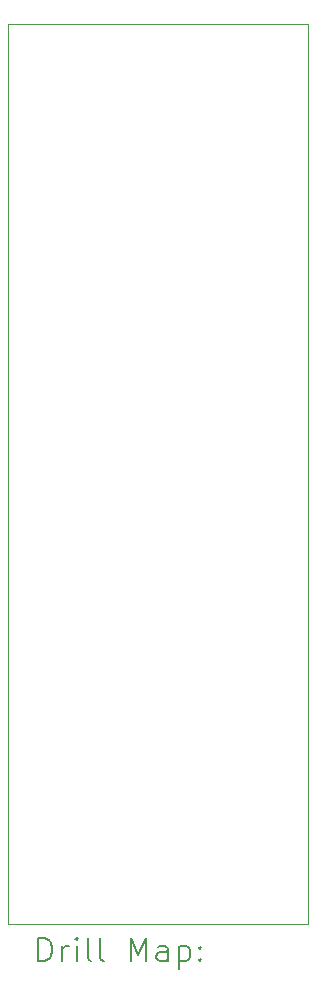
<source format=gbr>
%TF.GenerationSoftware,KiCad,Pcbnew,9.0.6*%
%TF.CreationDate,2026-01-07T22:53:05-06:00*%
%TF.ProjectId,QFN-56_7x7_P0.4,51464e2d-3536-45f3-9778-375f50302e34,rev?*%
%TF.SameCoordinates,Original*%
%TF.FileFunction,Drillmap*%
%TF.FilePolarity,Positive*%
%FSLAX45Y45*%
G04 Gerber Fmt 4.5, Leading zero omitted, Abs format (unit mm)*
G04 Created by KiCad (PCBNEW 9.0.6) date 2026-01-07 22:53:05*
%MOMM*%
%LPD*%
G01*
G04 APERTURE LIST*
%ADD10C,0.050000*%
%ADD11C,0.200000*%
G04 APERTURE END LIST*
D10*
X12573000Y-8255000D02*
X15113000Y-8255000D01*
X15113000Y-15875000D01*
X12573000Y-15875000D01*
X12573000Y-8255000D01*
D11*
X12831277Y-16188984D02*
X12831277Y-15988984D01*
X12831277Y-15988984D02*
X12878896Y-15988984D01*
X12878896Y-15988984D02*
X12907467Y-15998508D01*
X12907467Y-15998508D02*
X12926515Y-16017555D01*
X12926515Y-16017555D02*
X12936039Y-16036603D01*
X12936039Y-16036603D02*
X12945562Y-16074698D01*
X12945562Y-16074698D02*
X12945562Y-16103269D01*
X12945562Y-16103269D02*
X12936039Y-16141365D01*
X12936039Y-16141365D02*
X12926515Y-16160412D01*
X12926515Y-16160412D02*
X12907467Y-16179460D01*
X12907467Y-16179460D02*
X12878896Y-16188984D01*
X12878896Y-16188984D02*
X12831277Y-16188984D01*
X13031277Y-16188984D02*
X13031277Y-16055650D01*
X13031277Y-16093746D02*
X13040801Y-16074698D01*
X13040801Y-16074698D02*
X13050324Y-16065174D01*
X13050324Y-16065174D02*
X13069372Y-16055650D01*
X13069372Y-16055650D02*
X13088420Y-16055650D01*
X13155086Y-16188984D02*
X13155086Y-16055650D01*
X13155086Y-15988984D02*
X13145562Y-15998508D01*
X13145562Y-15998508D02*
X13155086Y-16008031D01*
X13155086Y-16008031D02*
X13164610Y-15998508D01*
X13164610Y-15998508D02*
X13155086Y-15988984D01*
X13155086Y-15988984D02*
X13155086Y-16008031D01*
X13278896Y-16188984D02*
X13259848Y-16179460D01*
X13259848Y-16179460D02*
X13250324Y-16160412D01*
X13250324Y-16160412D02*
X13250324Y-15988984D01*
X13383658Y-16188984D02*
X13364610Y-16179460D01*
X13364610Y-16179460D02*
X13355086Y-16160412D01*
X13355086Y-16160412D02*
X13355086Y-15988984D01*
X13612229Y-16188984D02*
X13612229Y-15988984D01*
X13612229Y-15988984D02*
X13678896Y-16131841D01*
X13678896Y-16131841D02*
X13745562Y-15988984D01*
X13745562Y-15988984D02*
X13745562Y-16188984D01*
X13926515Y-16188984D02*
X13926515Y-16084222D01*
X13926515Y-16084222D02*
X13916991Y-16065174D01*
X13916991Y-16065174D02*
X13897943Y-16055650D01*
X13897943Y-16055650D02*
X13859848Y-16055650D01*
X13859848Y-16055650D02*
X13840801Y-16065174D01*
X13926515Y-16179460D02*
X13907467Y-16188984D01*
X13907467Y-16188984D02*
X13859848Y-16188984D01*
X13859848Y-16188984D02*
X13840801Y-16179460D01*
X13840801Y-16179460D02*
X13831277Y-16160412D01*
X13831277Y-16160412D02*
X13831277Y-16141365D01*
X13831277Y-16141365D02*
X13840801Y-16122317D01*
X13840801Y-16122317D02*
X13859848Y-16112793D01*
X13859848Y-16112793D02*
X13907467Y-16112793D01*
X13907467Y-16112793D02*
X13926515Y-16103269D01*
X14021753Y-16055650D02*
X14021753Y-16255650D01*
X14021753Y-16065174D02*
X14040801Y-16055650D01*
X14040801Y-16055650D02*
X14078896Y-16055650D01*
X14078896Y-16055650D02*
X14097943Y-16065174D01*
X14097943Y-16065174D02*
X14107467Y-16074698D01*
X14107467Y-16074698D02*
X14116991Y-16093746D01*
X14116991Y-16093746D02*
X14116991Y-16150888D01*
X14116991Y-16150888D02*
X14107467Y-16169936D01*
X14107467Y-16169936D02*
X14097943Y-16179460D01*
X14097943Y-16179460D02*
X14078896Y-16188984D01*
X14078896Y-16188984D02*
X14040801Y-16188984D01*
X14040801Y-16188984D02*
X14021753Y-16179460D01*
X14202705Y-16169936D02*
X14212229Y-16179460D01*
X14212229Y-16179460D02*
X14202705Y-16188984D01*
X14202705Y-16188984D02*
X14193182Y-16179460D01*
X14193182Y-16179460D02*
X14202705Y-16169936D01*
X14202705Y-16169936D02*
X14202705Y-16188984D01*
X14202705Y-16065174D02*
X14212229Y-16074698D01*
X14212229Y-16074698D02*
X14202705Y-16084222D01*
X14202705Y-16084222D02*
X14193182Y-16074698D01*
X14193182Y-16074698D02*
X14202705Y-16065174D01*
X14202705Y-16065174D02*
X14202705Y-16084222D01*
M02*

</source>
